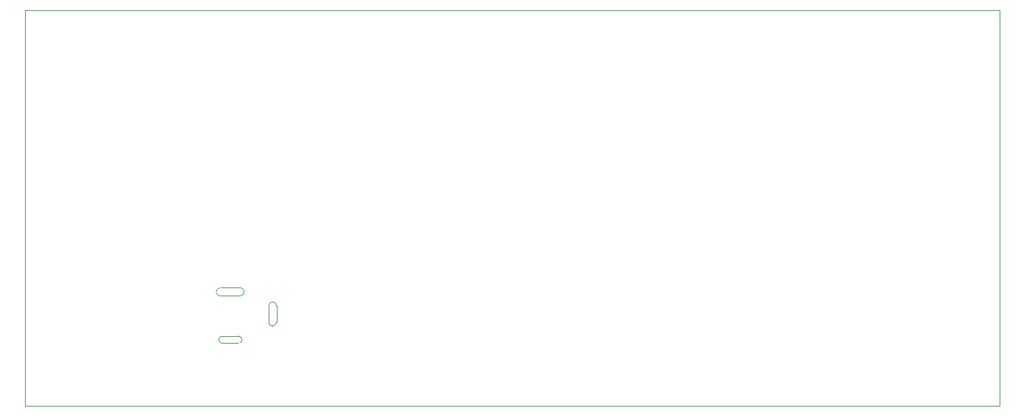
<source format=gbr>
G04 #@! TF.FileFunction,Profile,NP*
%FSLAX46Y46*%
G04 Gerber Fmt 4.6, Leading zero omitted, Abs format (unit mm)*
G04 Created by KiCad (PCBNEW (2015-05-11 BZR 5650)-product) date Tue 12 May 2015 11:44:45 AM CEST*
%MOMM*%
G01*
G04 APERTURE LIST*
%ADD10C,0.100000*%
G04 APERTURE END LIST*
D10*
X87454740Y-121579640D02*
G75*
G03X87873840Y-122130820I485140J-66040D01*
G01*
X87911940Y-121152920D02*
G75*
G03X87462360Y-121643140I20320J-469900D01*
G01*
X90449400Y-122130820D02*
G75*
G03X90944700Y-121681240I22860J472440D01*
G01*
X90937080Y-121660920D02*
G75*
G03X90530680Y-121132600I-467360J60960D01*
G01*
X90479880Y-122146060D02*
X87866220Y-122146060D01*
X87970360Y-121135140D02*
X90502740Y-121135140D01*
X94010480Y-125445520D02*
G75*
G03X94477840Y-125933200I477520J-10160D01*
G01*
X94488000Y-125907800D02*
G75*
G03X95016320Y-125470920I45720J482600D01*
G01*
X94533720Y-122890280D02*
G75*
G03X94040960Y-123342400I-20320J-472440D01*
G01*
X94980760Y-123398280D02*
G75*
G03X94538800Y-122895360I-472440J30480D01*
G01*
X95011240Y-125425200D02*
X95011240Y-123352560D01*
X94020640Y-123347480D02*
X94020640Y-125409960D01*
X87751920Y-127617220D02*
G75*
G03X88193880Y-128074420I449580J-7620D01*
G01*
X88242140Y-127182880D02*
G75*
G03X87757000Y-127586740I-40640J-444500D01*
G01*
X90187780Y-128076960D02*
X88201500Y-128076960D01*
X90218260Y-127177800D02*
X88214200Y-127177800D01*
X90195400Y-128087120D02*
G75*
G03X90675460Y-127642620I17780J462280D01*
G01*
X90675460Y-127604520D02*
G75*
G03X90228420Y-127182880I-434340J-12700D01*
G01*
X185420000Y-86360000D02*
X63500000Y-86360000D01*
X185420000Y-88900000D02*
X185420000Y-86360000D01*
X185420000Y-135890000D02*
X185420000Y-88900000D01*
X63500000Y-135890000D02*
X185420000Y-135890000D01*
X63500000Y-86360000D02*
X63500000Y-135890000D01*
M02*

</source>
